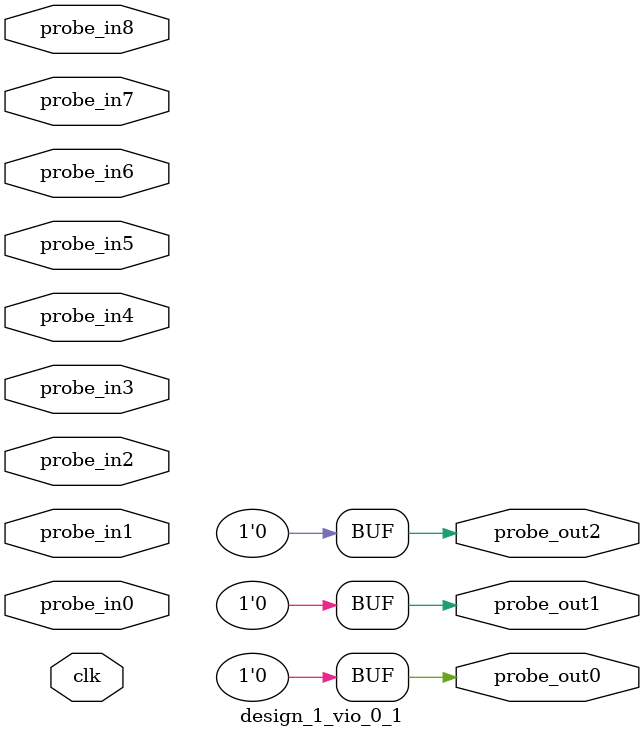
<source format=v>
`timescale 1ns / 1ps
module design_1_vio_0_1 (
clk,
probe_in0,probe_in1,probe_in2,probe_in3,probe_in4,probe_in5,probe_in6,probe_in7,probe_in8,
probe_out0,
probe_out1,
probe_out2
);

input clk;
input [7 : 0] probe_in0;
input [7 : 0] probe_in1;
input [7 : 0] probe_in2;
input [7 : 0] probe_in3;
input [7 : 0] probe_in4;
input [7 : 0] probe_in5;
input [7 : 0] probe_in6;
input [7 : 0] probe_in7;
input [0 : 0] probe_in8;

output reg [0 : 0] probe_out0 = 'h0 ;
output reg [0 : 0] probe_out1 = 'h0 ;
output reg [0 : 0] probe_out2 = 'h0 ;


endmodule

</source>
